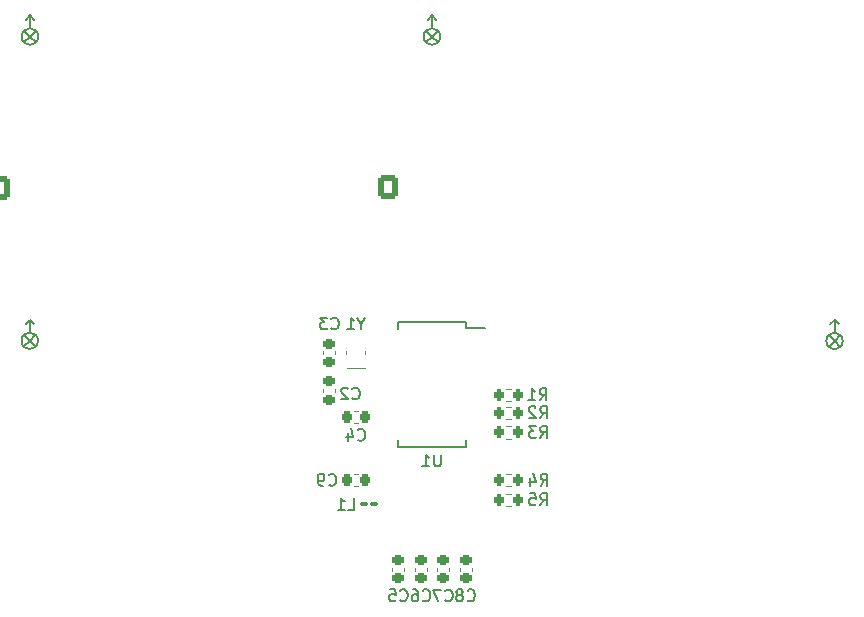
<source format=gbr>
%TF.GenerationSoftware,KiCad,Pcbnew,7.0.7*%
%TF.CreationDate,2023-10-06T18:16:36-06:00*%
%TF.ProjectId,Modular_Interfaces,4d6f6475-6c61-4725-9f49-6e7465726661,rev?*%
%TF.SameCoordinates,Original*%
%TF.FileFunction,Legend,Bot*%
%TF.FilePolarity,Positive*%
%FSLAX46Y46*%
G04 Gerber Fmt 4.6, Leading zero omitted, Abs format (unit mm)*
G04 Created by KiCad (PCBNEW 7.0.7) date 2023-10-06 18:16:36*
%MOMM*%
%LPD*%
G01*
G04 APERTURE LIST*
G04 Aperture macros list*
%AMRoundRect*
0 Rectangle with rounded corners*
0 $1 Rounding radius*
0 $2 $3 $4 $5 $6 $7 $8 $9 X,Y pos of 4 corners*
0 Add a 4 corners polygon primitive as box body*
4,1,4,$2,$3,$4,$5,$6,$7,$8,$9,$2,$3,0*
0 Add four circle primitives for the rounded corners*
1,1,$1+$1,$2,$3*
1,1,$1+$1,$4,$5*
1,1,$1+$1,$6,$7*
1,1,$1+$1,$8,$9*
0 Add four rect primitives between the rounded corners*
20,1,$1+$1,$2,$3,$4,$5,0*
20,1,$1+$1,$4,$5,$6,$7,0*
20,1,$1+$1,$6,$7,$8,$9,0*
20,1,$1+$1,$8,$9,$2,$3,0*%
G04 Aperture macros list end*
%ADD10C,0.150000*%
%ADD11C,0.120000*%
%ADD12R,1.350000X1.350000*%
%ADD13O,1.350000X1.350000*%
%ADD14RoundRect,0.250000X-0.600000X-0.725000X0.600000X-0.725000X0.600000X0.725000X-0.600000X0.725000X0*%
%ADD15O,1.700000X1.950000*%
%ADD16R,1.600000X1.600000*%
%ADD17C,1.600000*%
%ADD18C,3.000000*%
%ADD19C,3.250000*%
%ADD20R,1.500000X1.500000*%
%ADD21C,1.500000*%
%ADD22C,2.300000*%
%ADD23RoundRect,0.225000X-0.250000X0.225000X-0.250000X-0.225000X0.250000X-0.225000X0.250000X0.225000X0*%
%ADD24RoundRect,0.200000X0.200000X0.275000X-0.200000X0.275000X-0.200000X-0.275000X0.200000X-0.275000X0*%
%ADD25RoundRect,0.100000X0.217500X0.100000X-0.217500X0.100000X-0.217500X-0.100000X0.217500X-0.100000X0*%
%ADD26R,1.500000X0.800000*%
%ADD27RoundRect,0.200000X-0.200000X-0.275000X0.200000X-0.275000X0.200000X0.275000X-0.200000X0.275000X0*%
%ADD28RoundRect,0.225000X-0.225000X-0.250000X0.225000X-0.250000X0.225000X0.250000X-0.225000X0.250000X0*%
%ADD29RoundRect,0.225000X0.225000X0.250000X-0.225000X0.250000X-0.225000X-0.250000X0.225000X-0.250000X0*%
%ADD30RoundRect,0.225000X0.250000X-0.225000X0.250000X0.225000X-0.250000X0.225000X-0.250000X-0.225000X0*%
%ADD31R,1.750000X0.450000*%
G04 APERTURE END LIST*
D10*
X111136915Y-80349580D02*
X111184534Y-80397200D01*
X111184534Y-80397200D02*
X111327391Y-80444819D01*
X111327391Y-80444819D02*
X111422629Y-80444819D01*
X111422629Y-80444819D02*
X111565486Y-80397200D01*
X111565486Y-80397200D02*
X111660724Y-80301961D01*
X111660724Y-80301961D02*
X111708343Y-80206723D01*
X111708343Y-80206723D02*
X111755962Y-80016247D01*
X111755962Y-80016247D02*
X111755962Y-79873390D01*
X111755962Y-79873390D02*
X111708343Y-79682914D01*
X111708343Y-79682914D02*
X111660724Y-79587676D01*
X111660724Y-79587676D02*
X111565486Y-79492438D01*
X111565486Y-79492438D02*
X111422629Y-79444819D01*
X111422629Y-79444819D02*
X111327391Y-79444819D01*
X111327391Y-79444819D02*
X111184534Y-79492438D01*
X111184534Y-79492438D02*
X111136915Y-79540057D01*
X110232153Y-79444819D02*
X110708343Y-79444819D01*
X110708343Y-79444819D02*
X110755962Y-79921009D01*
X110755962Y-79921009D02*
X110708343Y-79873390D01*
X110708343Y-79873390D02*
X110613105Y-79825771D01*
X110613105Y-79825771D02*
X110375010Y-79825771D01*
X110375010Y-79825771D02*
X110279772Y-79873390D01*
X110279772Y-79873390D02*
X110232153Y-79921009D01*
X110232153Y-79921009D02*
X110184534Y-80016247D01*
X110184534Y-80016247D02*
X110184534Y-80254342D01*
X110184534Y-80254342D02*
X110232153Y-80349580D01*
X110232153Y-80349580D02*
X110279772Y-80397200D01*
X110279772Y-80397200D02*
X110375010Y-80444819D01*
X110375010Y-80444819D02*
X110613105Y-80444819D01*
X110613105Y-80444819D02*
X110708343Y-80397200D01*
X110708343Y-80397200D02*
X110755962Y-80349580D01*
X122996915Y-72304819D02*
X123330248Y-71828628D01*
X123568343Y-72304819D02*
X123568343Y-71304819D01*
X123568343Y-71304819D02*
X123187391Y-71304819D01*
X123187391Y-71304819D02*
X123092153Y-71352438D01*
X123092153Y-71352438D02*
X123044534Y-71400057D01*
X123044534Y-71400057D02*
X122996915Y-71495295D01*
X122996915Y-71495295D02*
X122996915Y-71638152D01*
X122996915Y-71638152D02*
X123044534Y-71733390D01*
X123044534Y-71733390D02*
X123092153Y-71781009D01*
X123092153Y-71781009D02*
X123187391Y-71828628D01*
X123187391Y-71828628D02*
X123568343Y-71828628D01*
X122092153Y-71304819D02*
X122568343Y-71304819D01*
X122568343Y-71304819D02*
X122615962Y-71781009D01*
X122615962Y-71781009D02*
X122568343Y-71733390D01*
X122568343Y-71733390D02*
X122473105Y-71685771D01*
X122473105Y-71685771D02*
X122235010Y-71685771D01*
X122235010Y-71685771D02*
X122139772Y-71733390D01*
X122139772Y-71733390D02*
X122092153Y-71781009D01*
X122092153Y-71781009D02*
X122044534Y-71876247D01*
X122044534Y-71876247D02*
X122044534Y-72114342D01*
X122044534Y-72114342D02*
X122092153Y-72209580D01*
X122092153Y-72209580D02*
X122139772Y-72257200D01*
X122139772Y-72257200D02*
X122235010Y-72304819D01*
X122235010Y-72304819D02*
X122473105Y-72304819D01*
X122473105Y-72304819D02*
X122568343Y-72257200D01*
X122568343Y-72257200D02*
X122615962Y-72209580D01*
X122946915Y-63424819D02*
X123280248Y-62948628D01*
X123518343Y-63424819D02*
X123518343Y-62424819D01*
X123518343Y-62424819D02*
X123137391Y-62424819D01*
X123137391Y-62424819D02*
X123042153Y-62472438D01*
X123042153Y-62472438D02*
X122994534Y-62520057D01*
X122994534Y-62520057D02*
X122946915Y-62615295D01*
X122946915Y-62615295D02*
X122946915Y-62758152D01*
X122946915Y-62758152D02*
X122994534Y-62853390D01*
X122994534Y-62853390D02*
X123042153Y-62901009D01*
X123042153Y-62901009D02*
X123137391Y-62948628D01*
X123137391Y-62948628D02*
X123518343Y-62948628D01*
X121994534Y-63424819D02*
X122565962Y-63424819D01*
X122280248Y-63424819D02*
X122280248Y-62424819D01*
X122280248Y-62424819D02*
X122375486Y-62567676D01*
X122375486Y-62567676D02*
X122470724Y-62662914D01*
X122470724Y-62662914D02*
X122565962Y-62710533D01*
X106706915Y-72684819D02*
X107183105Y-72684819D01*
X107183105Y-72684819D02*
X107183105Y-71684819D01*
X105849772Y-72684819D02*
X106421200Y-72684819D01*
X106135486Y-72684819D02*
X106135486Y-71684819D01*
X106135486Y-71684819D02*
X106230724Y-71827676D01*
X106230724Y-71827676D02*
X106325962Y-71922914D01*
X106325962Y-71922914D02*
X106421200Y-71970533D01*
X122966915Y-64944819D02*
X123300248Y-64468628D01*
X123538343Y-64944819D02*
X123538343Y-63944819D01*
X123538343Y-63944819D02*
X123157391Y-63944819D01*
X123157391Y-63944819D02*
X123062153Y-63992438D01*
X123062153Y-63992438D02*
X123014534Y-64040057D01*
X123014534Y-64040057D02*
X122966915Y-64135295D01*
X122966915Y-64135295D02*
X122966915Y-64278152D01*
X122966915Y-64278152D02*
X123014534Y-64373390D01*
X123014534Y-64373390D02*
X123062153Y-64421009D01*
X123062153Y-64421009D02*
X123157391Y-64468628D01*
X123157391Y-64468628D02*
X123538343Y-64468628D01*
X122585962Y-64040057D02*
X122538343Y-63992438D01*
X122538343Y-63992438D02*
X122443105Y-63944819D01*
X122443105Y-63944819D02*
X122205010Y-63944819D01*
X122205010Y-63944819D02*
X122109772Y-63992438D01*
X122109772Y-63992438D02*
X122062153Y-64040057D01*
X122062153Y-64040057D02*
X122014534Y-64135295D01*
X122014534Y-64135295D02*
X122014534Y-64230533D01*
X122014534Y-64230533D02*
X122062153Y-64373390D01*
X122062153Y-64373390D02*
X122633581Y-64944819D01*
X122633581Y-64944819D02*
X122014534Y-64944819D01*
X107846439Y-56948628D02*
X107846439Y-57424819D01*
X108179772Y-56424819D02*
X107846439Y-56948628D01*
X107846439Y-56948628D02*
X107513106Y-56424819D01*
X106655963Y-57424819D02*
X107227391Y-57424819D01*
X106941677Y-57424819D02*
X106941677Y-56424819D01*
X106941677Y-56424819D02*
X107036915Y-56567676D01*
X107036915Y-56567676D02*
X107132153Y-56662914D01*
X107132153Y-56662914D02*
X107227391Y-56710533D01*
X122996915Y-66604819D02*
X123330248Y-66128628D01*
X123568343Y-66604819D02*
X123568343Y-65604819D01*
X123568343Y-65604819D02*
X123187391Y-65604819D01*
X123187391Y-65604819D02*
X123092153Y-65652438D01*
X123092153Y-65652438D02*
X123044534Y-65700057D01*
X123044534Y-65700057D02*
X122996915Y-65795295D01*
X122996915Y-65795295D02*
X122996915Y-65938152D01*
X122996915Y-65938152D02*
X123044534Y-66033390D01*
X123044534Y-66033390D02*
X123092153Y-66081009D01*
X123092153Y-66081009D02*
X123187391Y-66128628D01*
X123187391Y-66128628D02*
X123568343Y-66128628D01*
X122663581Y-65604819D02*
X122044534Y-65604819D01*
X122044534Y-65604819D02*
X122377867Y-65985771D01*
X122377867Y-65985771D02*
X122235010Y-65985771D01*
X122235010Y-65985771D02*
X122139772Y-66033390D01*
X122139772Y-66033390D02*
X122092153Y-66081009D01*
X122092153Y-66081009D02*
X122044534Y-66176247D01*
X122044534Y-66176247D02*
X122044534Y-66414342D01*
X122044534Y-66414342D02*
X122092153Y-66509580D01*
X122092153Y-66509580D02*
X122139772Y-66557200D01*
X122139772Y-66557200D02*
X122235010Y-66604819D01*
X122235010Y-66604819D02*
X122520724Y-66604819D01*
X122520724Y-66604819D02*
X122615962Y-66557200D01*
X122615962Y-66557200D02*
X122663581Y-66509580D01*
X123016915Y-70654819D02*
X123350248Y-70178628D01*
X123588343Y-70654819D02*
X123588343Y-69654819D01*
X123588343Y-69654819D02*
X123207391Y-69654819D01*
X123207391Y-69654819D02*
X123112153Y-69702438D01*
X123112153Y-69702438D02*
X123064534Y-69750057D01*
X123064534Y-69750057D02*
X123016915Y-69845295D01*
X123016915Y-69845295D02*
X123016915Y-69988152D01*
X123016915Y-69988152D02*
X123064534Y-70083390D01*
X123064534Y-70083390D02*
X123112153Y-70131009D01*
X123112153Y-70131009D02*
X123207391Y-70178628D01*
X123207391Y-70178628D02*
X123588343Y-70178628D01*
X122159772Y-69988152D02*
X122159772Y-70654819D01*
X122397867Y-69607200D02*
X122635962Y-70321485D01*
X122635962Y-70321485D02*
X122016915Y-70321485D01*
X116836915Y-80349580D02*
X116884534Y-80397200D01*
X116884534Y-80397200D02*
X117027391Y-80444819D01*
X117027391Y-80444819D02*
X117122629Y-80444819D01*
X117122629Y-80444819D02*
X117265486Y-80397200D01*
X117265486Y-80397200D02*
X117360724Y-80301961D01*
X117360724Y-80301961D02*
X117408343Y-80206723D01*
X117408343Y-80206723D02*
X117455962Y-80016247D01*
X117455962Y-80016247D02*
X117455962Y-79873390D01*
X117455962Y-79873390D02*
X117408343Y-79682914D01*
X117408343Y-79682914D02*
X117360724Y-79587676D01*
X117360724Y-79587676D02*
X117265486Y-79492438D01*
X117265486Y-79492438D02*
X117122629Y-79444819D01*
X117122629Y-79444819D02*
X117027391Y-79444819D01*
X117027391Y-79444819D02*
X116884534Y-79492438D01*
X116884534Y-79492438D02*
X116836915Y-79540057D01*
X116265486Y-79873390D02*
X116360724Y-79825771D01*
X116360724Y-79825771D02*
X116408343Y-79778152D01*
X116408343Y-79778152D02*
X116455962Y-79682914D01*
X116455962Y-79682914D02*
X116455962Y-79635295D01*
X116455962Y-79635295D02*
X116408343Y-79540057D01*
X116408343Y-79540057D02*
X116360724Y-79492438D01*
X116360724Y-79492438D02*
X116265486Y-79444819D01*
X116265486Y-79444819D02*
X116075010Y-79444819D01*
X116075010Y-79444819D02*
X115979772Y-79492438D01*
X115979772Y-79492438D02*
X115932153Y-79540057D01*
X115932153Y-79540057D02*
X115884534Y-79635295D01*
X115884534Y-79635295D02*
X115884534Y-79682914D01*
X115884534Y-79682914D02*
X115932153Y-79778152D01*
X115932153Y-79778152D02*
X115979772Y-79825771D01*
X115979772Y-79825771D02*
X116075010Y-79873390D01*
X116075010Y-79873390D02*
X116265486Y-79873390D01*
X116265486Y-79873390D02*
X116360724Y-79921009D01*
X116360724Y-79921009D02*
X116408343Y-79968628D01*
X116408343Y-79968628D02*
X116455962Y-80063866D01*
X116455962Y-80063866D02*
X116455962Y-80254342D01*
X116455962Y-80254342D02*
X116408343Y-80349580D01*
X116408343Y-80349580D02*
X116360724Y-80397200D01*
X116360724Y-80397200D02*
X116265486Y-80444819D01*
X116265486Y-80444819D02*
X116075010Y-80444819D01*
X116075010Y-80444819D02*
X115979772Y-80397200D01*
X115979772Y-80397200D02*
X115932153Y-80349580D01*
X115932153Y-80349580D02*
X115884534Y-80254342D01*
X115884534Y-80254342D02*
X115884534Y-80063866D01*
X115884534Y-80063866D02*
X115932153Y-79968628D01*
X115932153Y-79968628D02*
X115979772Y-79921009D01*
X115979772Y-79921009D02*
X116075010Y-79873390D01*
X113046915Y-80349580D02*
X113094534Y-80397200D01*
X113094534Y-80397200D02*
X113237391Y-80444819D01*
X113237391Y-80444819D02*
X113332629Y-80444819D01*
X113332629Y-80444819D02*
X113475486Y-80397200D01*
X113475486Y-80397200D02*
X113570724Y-80301961D01*
X113570724Y-80301961D02*
X113618343Y-80206723D01*
X113618343Y-80206723D02*
X113665962Y-80016247D01*
X113665962Y-80016247D02*
X113665962Y-79873390D01*
X113665962Y-79873390D02*
X113618343Y-79682914D01*
X113618343Y-79682914D02*
X113570724Y-79587676D01*
X113570724Y-79587676D02*
X113475486Y-79492438D01*
X113475486Y-79492438D02*
X113332629Y-79444819D01*
X113332629Y-79444819D02*
X113237391Y-79444819D01*
X113237391Y-79444819D02*
X113094534Y-79492438D01*
X113094534Y-79492438D02*
X113046915Y-79540057D01*
X112189772Y-79444819D02*
X112380248Y-79444819D01*
X112380248Y-79444819D02*
X112475486Y-79492438D01*
X112475486Y-79492438D02*
X112523105Y-79540057D01*
X112523105Y-79540057D02*
X112618343Y-79682914D01*
X112618343Y-79682914D02*
X112665962Y-79873390D01*
X112665962Y-79873390D02*
X112665962Y-80254342D01*
X112665962Y-80254342D02*
X112618343Y-80349580D01*
X112618343Y-80349580D02*
X112570724Y-80397200D01*
X112570724Y-80397200D02*
X112475486Y-80444819D01*
X112475486Y-80444819D02*
X112285010Y-80444819D01*
X112285010Y-80444819D02*
X112189772Y-80397200D01*
X112189772Y-80397200D02*
X112142153Y-80349580D01*
X112142153Y-80349580D02*
X112094534Y-80254342D01*
X112094534Y-80254342D02*
X112094534Y-80016247D01*
X112094534Y-80016247D02*
X112142153Y-79921009D01*
X112142153Y-79921009D02*
X112189772Y-79873390D01*
X112189772Y-79873390D02*
X112285010Y-79825771D01*
X112285010Y-79825771D02*
X112475486Y-79825771D01*
X112475486Y-79825771D02*
X112570724Y-79873390D01*
X112570724Y-79873390D02*
X112618343Y-79921009D01*
X112618343Y-79921009D02*
X112665962Y-80016247D01*
X107556915Y-66749580D02*
X107604534Y-66797200D01*
X107604534Y-66797200D02*
X107747391Y-66844819D01*
X107747391Y-66844819D02*
X107842629Y-66844819D01*
X107842629Y-66844819D02*
X107985486Y-66797200D01*
X107985486Y-66797200D02*
X108080724Y-66701961D01*
X108080724Y-66701961D02*
X108128343Y-66606723D01*
X108128343Y-66606723D02*
X108175962Y-66416247D01*
X108175962Y-66416247D02*
X108175962Y-66273390D01*
X108175962Y-66273390D02*
X108128343Y-66082914D01*
X108128343Y-66082914D02*
X108080724Y-65987676D01*
X108080724Y-65987676D02*
X107985486Y-65892438D01*
X107985486Y-65892438D02*
X107842629Y-65844819D01*
X107842629Y-65844819D02*
X107747391Y-65844819D01*
X107747391Y-65844819D02*
X107604534Y-65892438D01*
X107604534Y-65892438D02*
X107556915Y-65940057D01*
X106699772Y-66178152D02*
X106699772Y-66844819D01*
X106937867Y-65797200D02*
X107175962Y-66511485D01*
X107175962Y-66511485D02*
X106556915Y-66511485D01*
X105106915Y-70559580D02*
X105154534Y-70607200D01*
X105154534Y-70607200D02*
X105297391Y-70654819D01*
X105297391Y-70654819D02*
X105392629Y-70654819D01*
X105392629Y-70654819D02*
X105535486Y-70607200D01*
X105535486Y-70607200D02*
X105630724Y-70511961D01*
X105630724Y-70511961D02*
X105678343Y-70416723D01*
X105678343Y-70416723D02*
X105725962Y-70226247D01*
X105725962Y-70226247D02*
X105725962Y-70083390D01*
X105725962Y-70083390D02*
X105678343Y-69892914D01*
X105678343Y-69892914D02*
X105630724Y-69797676D01*
X105630724Y-69797676D02*
X105535486Y-69702438D01*
X105535486Y-69702438D02*
X105392629Y-69654819D01*
X105392629Y-69654819D02*
X105297391Y-69654819D01*
X105297391Y-69654819D02*
X105154534Y-69702438D01*
X105154534Y-69702438D02*
X105106915Y-69750057D01*
X104630724Y-70654819D02*
X104440248Y-70654819D01*
X104440248Y-70654819D02*
X104345010Y-70607200D01*
X104345010Y-70607200D02*
X104297391Y-70559580D01*
X104297391Y-70559580D02*
X104202153Y-70416723D01*
X104202153Y-70416723D02*
X104154534Y-70226247D01*
X104154534Y-70226247D02*
X104154534Y-69845295D01*
X104154534Y-69845295D02*
X104202153Y-69750057D01*
X104202153Y-69750057D02*
X104249772Y-69702438D01*
X104249772Y-69702438D02*
X104345010Y-69654819D01*
X104345010Y-69654819D02*
X104535486Y-69654819D01*
X104535486Y-69654819D02*
X104630724Y-69702438D01*
X104630724Y-69702438D02*
X104678343Y-69750057D01*
X104678343Y-69750057D02*
X104725962Y-69845295D01*
X104725962Y-69845295D02*
X104725962Y-70083390D01*
X104725962Y-70083390D02*
X104678343Y-70178628D01*
X104678343Y-70178628D02*
X104630724Y-70226247D01*
X104630724Y-70226247D02*
X104535486Y-70273866D01*
X104535486Y-70273866D02*
X104345010Y-70273866D01*
X104345010Y-70273866D02*
X104249772Y-70226247D01*
X104249772Y-70226247D02*
X104202153Y-70178628D01*
X104202153Y-70178628D02*
X104154534Y-70083390D01*
X105306915Y-57329580D02*
X105354534Y-57377200D01*
X105354534Y-57377200D02*
X105497391Y-57424819D01*
X105497391Y-57424819D02*
X105592629Y-57424819D01*
X105592629Y-57424819D02*
X105735486Y-57377200D01*
X105735486Y-57377200D02*
X105830724Y-57281961D01*
X105830724Y-57281961D02*
X105878343Y-57186723D01*
X105878343Y-57186723D02*
X105925962Y-56996247D01*
X105925962Y-56996247D02*
X105925962Y-56853390D01*
X105925962Y-56853390D02*
X105878343Y-56662914D01*
X105878343Y-56662914D02*
X105830724Y-56567676D01*
X105830724Y-56567676D02*
X105735486Y-56472438D01*
X105735486Y-56472438D02*
X105592629Y-56424819D01*
X105592629Y-56424819D02*
X105497391Y-56424819D01*
X105497391Y-56424819D02*
X105354534Y-56472438D01*
X105354534Y-56472438D02*
X105306915Y-56520057D01*
X104973581Y-56424819D02*
X104354534Y-56424819D01*
X104354534Y-56424819D02*
X104687867Y-56805771D01*
X104687867Y-56805771D02*
X104545010Y-56805771D01*
X104545010Y-56805771D02*
X104449772Y-56853390D01*
X104449772Y-56853390D02*
X104402153Y-56901009D01*
X104402153Y-56901009D02*
X104354534Y-56996247D01*
X104354534Y-56996247D02*
X104354534Y-57234342D01*
X104354534Y-57234342D02*
X104402153Y-57329580D01*
X104402153Y-57329580D02*
X104449772Y-57377200D01*
X104449772Y-57377200D02*
X104545010Y-57424819D01*
X104545010Y-57424819D02*
X104830724Y-57424819D01*
X104830724Y-57424819D02*
X104925962Y-57377200D01*
X104925962Y-57377200D02*
X104973581Y-57329580D01*
X114946915Y-80359580D02*
X114994534Y-80407200D01*
X114994534Y-80407200D02*
X115137391Y-80454819D01*
X115137391Y-80454819D02*
X115232629Y-80454819D01*
X115232629Y-80454819D02*
X115375486Y-80407200D01*
X115375486Y-80407200D02*
X115470724Y-80311961D01*
X115470724Y-80311961D02*
X115518343Y-80216723D01*
X115518343Y-80216723D02*
X115565962Y-80026247D01*
X115565962Y-80026247D02*
X115565962Y-79883390D01*
X115565962Y-79883390D02*
X115518343Y-79692914D01*
X115518343Y-79692914D02*
X115470724Y-79597676D01*
X115470724Y-79597676D02*
X115375486Y-79502438D01*
X115375486Y-79502438D02*
X115232629Y-79454819D01*
X115232629Y-79454819D02*
X115137391Y-79454819D01*
X115137391Y-79454819D02*
X114994534Y-79502438D01*
X114994534Y-79502438D02*
X114946915Y-79550057D01*
X114613581Y-79454819D02*
X113946915Y-79454819D01*
X113946915Y-79454819D02*
X114375486Y-80454819D01*
X114592153Y-68024819D02*
X114592153Y-68834342D01*
X114592153Y-68834342D02*
X114544534Y-68929580D01*
X114544534Y-68929580D02*
X114496915Y-68977200D01*
X114496915Y-68977200D02*
X114401677Y-69024819D01*
X114401677Y-69024819D02*
X114211201Y-69024819D01*
X114211201Y-69024819D02*
X114115963Y-68977200D01*
X114115963Y-68977200D02*
X114068344Y-68929580D01*
X114068344Y-68929580D02*
X114020725Y-68834342D01*
X114020725Y-68834342D02*
X114020725Y-68024819D01*
X113020725Y-69024819D02*
X113592153Y-69024819D01*
X113306439Y-69024819D02*
X113306439Y-68024819D01*
X113306439Y-68024819D02*
X113401677Y-68167676D01*
X113401677Y-68167676D02*
X113496915Y-68262914D01*
X113496915Y-68262914D02*
X113592153Y-68310533D01*
X107086915Y-63249580D02*
X107134534Y-63297200D01*
X107134534Y-63297200D02*
X107277391Y-63344819D01*
X107277391Y-63344819D02*
X107372629Y-63344819D01*
X107372629Y-63344819D02*
X107515486Y-63297200D01*
X107515486Y-63297200D02*
X107610724Y-63201961D01*
X107610724Y-63201961D02*
X107658343Y-63106723D01*
X107658343Y-63106723D02*
X107705962Y-62916247D01*
X107705962Y-62916247D02*
X107705962Y-62773390D01*
X107705962Y-62773390D02*
X107658343Y-62582914D01*
X107658343Y-62582914D02*
X107610724Y-62487676D01*
X107610724Y-62487676D02*
X107515486Y-62392438D01*
X107515486Y-62392438D02*
X107372629Y-62344819D01*
X107372629Y-62344819D02*
X107277391Y-62344819D01*
X107277391Y-62344819D02*
X107134534Y-62392438D01*
X107134534Y-62392438D02*
X107086915Y-62440057D01*
X106705962Y-62440057D02*
X106658343Y-62392438D01*
X106658343Y-62392438D02*
X106563105Y-62344819D01*
X106563105Y-62344819D02*
X106325010Y-62344819D01*
X106325010Y-62344819D02*
X106229772Y-62392438D01*
X106229772Y-62392438D02*
X106182153Y-62440057D01*
X106182153Y-62440057D02*
X106134534Y-62535295D01*
X106134534Y-62535295D02*
X106134534Y-62630533D01*
X106134534Y-62630533D02*
X106182153Y-62773390D01*
X106182153Y-62773390D02*
X106753581Y-63344819D01*
X106753581Y-63344819D02*
X106134534Y-63344819D01*
%TO.C,EXP_ORIENTATION*%
X113820000Y-32630000D02*
X113345000Y-33105000D01*
X113820000Y-32630000D02*
X114295000Y-33105000D01*
X113820000Y-32630000D02*
X113345000Y-32155000D01*
X113820000Y-32630000D02*
X114295000Y-32155000D01*
X113820000Y-31930000D02*
X113820000Y-30830000D01*
X113820000Y-30830000D02*
X113470000Y-31230000D01*
X113820000Y-30830000D02*
X114170000Y-31230000D01*
X114520446Y-32630000D02*
G75*
G03*
X114520446Y-32630000I-700446J0D01*
G01*
X79770000Y-58390000D02*
X79295000Y-58865000D01*
X79770000Y-58390000D02*
X80245000Y-58865000D01*
X79770000Y-58390000D02*
X79295000Y-57915000D01*
X79770000Y-58390000D02*
X80245000Y-57915000D01*
X79770000Y-57690000D02*
X79770000Y-56590000D01*
X79770000Y-56590000D02*
X79420000Y-56990000D01*
X79770000Y-56590000D02*
X80120000Y-56990000D01*
X80470446Y-58390000D02*
G75*
G03*
X80470446Y-58390000I-700446J0D01*
G01*
X147906493Y-58408801D02*
X147431493Y-58883801D01*
X147906493Y-58408801D02*
X148381493Y-58883801D01*
X147906493Y-58408801D02*
X147431493Y-57933801D01*
X147906493Y-58408801D02*
X148381493Y-57933801D01*
X147906493Y-57708801D02*
X147906493Y-56608801D01*
X147906493Y-56608801D02*
X147556493Y-57008801D01*
X147906493Y-56608801D02*
X148256493Y-57008801D01*
X148606939Y-58408801D02*
G75*
G03*
X148606939Y-58408801I-700446J0D01*
G01*
X79790000Y-32630000D02*
X79315000Y-33105000D01*
X79790000Y-32630000D02*
X80265000Y-33105000D01*
X79790000Y-32630000D02*
X79315000Y-32155000D01*
X79790000Y-32630000D02*
X80265000Y-32155000D01*
X79790000Y-31930000D02*
X79790000Y-30830000D01*
X79790000Y-30830000D02*
X79440000Y-31230000D01*
X79790000Y-30830000D02*
X80140000Y-31230000D01*
X80490446Y-32630000D02*
G75*
G03*
X80490446Y-32630000I-700446J0D01*
G01*
D11*
%TO.C,C5*%
X111487285Y-77589420D02*
X111487285Y-77870580D01*
X110467285Y-77589420D02*
X110467285Y-77870580D01*
%TO.C,R5*%
X120534543Y-72372500D02*
X120060027Y-72372500D01*
X120534543Y-71327500D02*
X120060027Y-71327500D01*
%TO.C,R1*%
X120541543Y-63492500D02*
X120067027Y-63492500D01*
X120541543Y-62447500D02*
X120067027Y-62447500D01*
%TO.C,R2*%
X120541543Y-65017500D02*
X120067027Y-65017500D01*
X120541543Y-63972500D02*
X120067027Y-63972500D01*
%TO.C,Y1*%
X108117285Y-60730000D02*
X106617285Y-60730000D01*
X106567285Y-59530000D02*
X106567285Y-59230000D01*
X108167285Y-59530000D02*
X108167285Y-59230000D01*
%TO.C,R3*%
X120067027Y-65622500D02*
X120541543Y-65622500D01*
X120067027Y-66667500D02*
X120541543Y-66667500D01*
%TO.C,R4*%
X120070027Y-69677500D02*
X120544543Y-69677500D01*
X120070027Y-70722500D02*
X120544543Y-70722500D01*
%TO.C,C8*%
X117187285Y-77589420D02*
X117187285Y-77870580D01*
X116167285Y-77589420D02*
X116167285Y-77870580D01*
%TO.C,C6*%
X113387285Y-77589420D02*
X113387285Y-77870580D01*
X112367285Y-77589420D02*
X112367285Y-77870580D01*
%TO.C,C4*%
X107251205Y-64370000D02*
X107532365Y-64370000D01*
X107251205Y-65390000D02*
X107532365Y-65390000D01*
%TO.C,C9*%
X107542865Y-70710000D02*
X107261705Y-70710000D01*
X107542865Y-69690000D02*
X107261705Y-69690000D01*
%TO.C,C3*%
X104630249Y-59535580D02*
X104630249Y-59254420D01*
X105650249Y-59535580D02*
X105650249Y-59254420D01*
%TO.C,C7*%
X115287285Y-77589420D02*
X115287285Y-77870580D01*
X114267285Y-77589420D02*
X114267285Y-77870580D01*
D10*
%TO.C,U1*%
X116705249Y-67420000D02*
X116705249Y-66770000D01*
X116705249Y-67420000D02*
X110955249Y-67420000D01*
X116705249Y-57345000D02*
X118305249Y-57345000D01*
X116705249Y-56770000D02*
X116705249Y-57345000D01*
X116705249Y-56770000D02*
X110955249Y-56770000D01*
X110955249Y-67420000D02*
X110955249Y-66770000D01*
X110955249Y-56770000D02*
X110955249Y-57420000D01*
D11*
%TO.C,C2*%
X105647285Y-62451920D02*
X105647285Y-62733080D01*
X104627285Y-62451920D02*
X104627285Y-62733080D01*
%TD*%
%LPC*%
D12*
%TO.C,J16*%
X124800000Y-33420000D03*
D13*
X124800000Y-35420000D03*
X124800000Y-37420000D03*
X124800000Y-39420000D03*
X124800000Y-41420000D03*
X124800000Y-43420000D03*
X124800000Y-45420000D03*
X124800000Y-47420000D03*
X124800000Y-49420000D03*
X124800000Y-51420000D03*
%TD*%
D12*
%TO.C,J15*%
X102830000Y-33430000D03*
D13*
X102830000Y-35430000D03*
X102830000Y-37430000D03*
X102830000Y-39430000D03*
X102830000Y-41430000D03*
X102830000Y-43430000D03*
X102830000Y-45430000D03*
X102830000Y-47430000D03*
X102830000Y-49430000D03*
X102830000Y-51430000D03*
%TD*%
D14*
%TO.C,J14*%
X110100000Y-45390000D03*
D15*
X112600000Y-45390000D03*
X115100000Y-45390000D03*
X117600000Y-45390000D03*
%TD*%
D12*
%TO.C,J6*%
X90760000Y-59200000D03*
D13*
X90760000Y-61200000D03*
X90760000Y-63200000D03*
X90760000Y-65200000D03*
X90760000Y-67200000D03*
X90760000Y-69200000D03*
X90760000Y-71200000D03*
X90760000Y-73200000D03*
X90760000Y-75200000D03*
X90760000Y-77200000D03*
%TD*%
D12*
%TO.C,J10*%
X158826493Y-59198801D03*
D13*
X158826493Y-61198801D03*
X158826493Y-63198801D03*
X158826493Y-65198801D03*
X158826493Y-67198801D03*
X158826493Y-69198801D03*
X158826493Y-71198801D03*
X158826493Y-73198801D03*
X158826493Y-75198801D03*
X158826493Y-77198801D03*
%TD*%
D12*
%TO.C,J5*%
X68780000Y-59190000D03*
D13*
X68780000Y-61190000D03*
X68780000Y-63190000D03*
X68780000Y-65190000D03*
X68780000Y-67190000D03*
X68780000Y-69190000D03*
X68780000Y-71190000D03*
X68780000Y-73190000D03*
X68780000Y-75190000D03*
X68780000Y-77190000D03*
%TD*%
D12*
%TO.C,J2*%
X102829285Y-59195000D03*
D13*
X102829285Y-61195000D03*
X102829285Y-63195000D03*
X102829285Y-65195000D03*
X102829285Y-67195000D03*
X102829285Y-69195000D03*
X102829285Y-71195000D03*
X102829285Y-73195000D03*
X102829285Y-75195000D03*
X102829285Y-77195000D03*
%TD*%
D12*
%TO.C,J9*%
X136846493Y-59188801D03*
D13*
X136846493Y-61188801D03*
X136846493Y-63188801D03*
X136846493Y-65188801D03*
X136846493Y-67188801D03*
X136846493Y-69188801D03*
X136846493Y-71188801D03*
X136846493Y-73188801D03*
X136846493Y-75188801D03*
X136846493Y-77188801D03*
%TD*%
D12*
%TO.C,J3*%
X124830249Y-59200000D03*
D13*
X124830249Y-61200000D03*
X124830249Y-63200000D03*
X124830249Y-65200000D03*
X124830249Y-67200000D03*
X124830249Y-69200000D03*
X124830249Y-71200000D03*
X124830249Y-73200000D03*
X124830249Y-75200000D03*
X124830249Y-77200000D03*
%TD*%
D16*
%TO.C,J8*%
X144406493Y-69868801D03*
D17*
X146906493Y-69868801D03*
X148906493Y-69868801D03*
X151406493Y-69868801D03*
D18*
X141336493Y-72578801D03*
X154476493Y-72578801D03*
%TD*%
D16*
%TO.C,J4*%
X76310200Y-68610800D03*
D17*
X78810200Y-68610800D03*
X80810200Y-68610800D03*
X83310200Y-68610800D03*
D18*
X73240200Y-71320800D03*
X86380200Y-71320800D03*
%TD*%
D16*
%TO.C,J7*%
X151406493Y-66488001D03*
D17*
X148906493Y-66488001D03*
X146906493Y-66488001D03*
X144406493Y-66488001D03*
D18*
X154476493Y-63778001D03*
X141336493Y-63778001D03*
%TD*%
D14*
%TO.C,J11*%
X77270000Y-45470000D03*
D15*
X79770000Y-45470000D03*
X82270000Y-45470000D03*
%TD*%
D19*
%TO.C,J1*%
X120122249Y-77520000D03*
X107422249Y-77520000D03*
D20*
X117332249Y-74980000D03*
D21*
X116316249Y-73200000D03*
X115300249Y-74980000D03*
X114284249Y-73200000D03*
X113268249Y-74980000D03*
X112252249Y-73200000D03*
X111236249Y-74980000D03*
X110220249Y-73200000D03*
X120632249Y-68380000D03*
X118342249Y-68380000D03*
X109202249Y-68380000D03*
X106912249Y-68380000D03*
D22*
X121902249Y-74090000D03*
X105642249Y-74090000D03*
%TD*%
D12*
%TO.C,J13*%
X90780000Y-33430000D03*
D13*
X90780000Y-35430000D03*
X90780000Y-37430000D03*
X90780000Y-39430000D03*
X90780000Y-41430000D03*
X90780000Y-43430000D03*
X90780000Y-45430000D03*
X90780000Y-47430000D03*
X90780000Y-49430000D03*
X90780000Y-51430000D03*
%TD*%
D12*
%TO.C,J12*%
X68790000Y-33430000D03*
D13*
X68790000Y-35430000D03*
X68790000Y-37430000D03*
X68790000Y-39430000D03*
X68790000Y-41430000D03*
X68790000Y-43430000D03*
X68790000Y-45430000D03*
X68790000Y-47430000D03*
X68790000Y-49430000D03*
X68790000Y-51430000D03*
%TD*%
D23*
%TO.C,C5*%
X110977285Y-76955000D03*
X110977285Y-78505000D03*
%TD*%
D24*
%TO.C,R5*%
X121122285Y-71850000D03*
X119472285Y-71850000D03*
%TD*%
%TO.C,R1*%
X121129285Y-62970000D03*
X119479285Y-62970000D03*
%TD*%
D25*
%TO.C,L1*%
X108894785Y-72230000D03*
X108079785Y-72230000D03*
%TD*%
D24*
%TO.C,R2*%
X121129285Y-64495000D03*
X119479285Y-64495000D03*
%TD*%
D26*
%TO.C,Y1*%
X107367285Y-60130000D03*
X107367285Y-58630000D03*
%TD*%
D27*
%TO.C,R3*%
X119479285Y-66145000D03*
X121129285Y-66145000D03*
%TD*%
%TO.C,R4*%
X119482285Y-70200000D03*
X121132285Y-70200000D03*
%TD*%
D23*
%TO.C,C8*%
X116677285Y-76955000D03*
X116677285Y-78505000D03*
%TD*%
%TO.C,C6*%
X112877285Y-76955000D03*
X112877285Y-78505000D03*
%TD*%
D28*
%TO.C,C4*%
X106616785Y-64880000D03*
X108166785Y-64880000D03*
%TD*%
D29*
%TO.C,C9*%
X108177285Y-70200000D03*
X106627285Y-70200000D03*
%TD*%
D30*
%TO.C,C3*%
X105140249Y-60170000D03*
X105140249Y-58620000D03*
%TD*%
D23*
%TO.C,C7*%
X114777285Y-76955000D03*
X114777285Y-78505000D03*
%TD*%
D31*
%TO.C,U1*%
X117430249Y-57870000D03*
X117430249Y-58520000D03*
X117430249Y-59170000D03*
X117430249Y-59820000D03*
X117430249Y-60470000D03*
X117430249Y-61120000D03*
X117430249Y-61770000D03*
X117430249Y-62420000D03*
X117430249Y-63070000D03*
X117430249Y-63720000D03*
X117430249Y-64370000D03*
X117430249Y-65020000D03*
X117430249Y-65670000D03*
X117430249Y-66320000D03*
X110230249Y-66320000D03*
X110230249Y-65670000D03*
X110230249Y-65020000D03*
X110230249Y-64370000D03*
X110230249Y-63720000D03*
X110230249Y-63070000D03*
X110230249Y-62420000D03*
X110230249Y-61770000D03*
X110230249Y-61120000D03*
X110230249Y-60470000D03*
X110230249Y-59820000D03*
X110230249Y-59170000D03*
X110230249Y-58520000D03*
X110230249Y-57870000D03*
%TD*%
D23*
%TO.C,C2*%
X105137285Y-61817500D03*
X105137285Y-63367500D03*
%TD*%
%LPD*%
M02*

</source>
